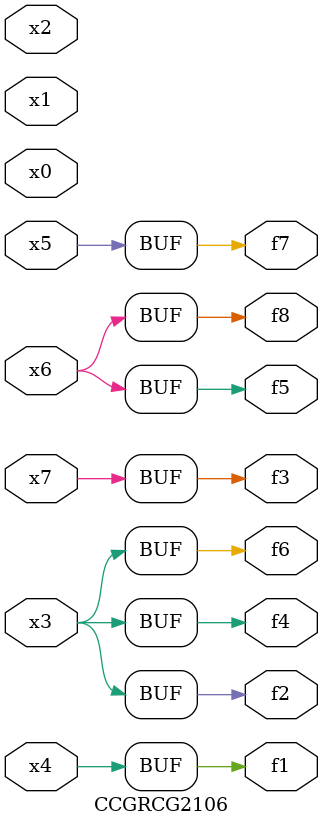
<source format=v>
module CCGRCG2106(
	input x0, x1, x2, x3, x4, x5, x6, x7,
	output f1, f2, f3, f4, f5, f6, f7, f8
);
	assign f1 = x4;
	assign f2 = x3;
	assign f3 = x7;
	assign f4 = x3;
	assign f5 = x6;
	assign f6 = x3;
	assign f7 = x5;
	assign f8 = x6;
endmodule

</source>
